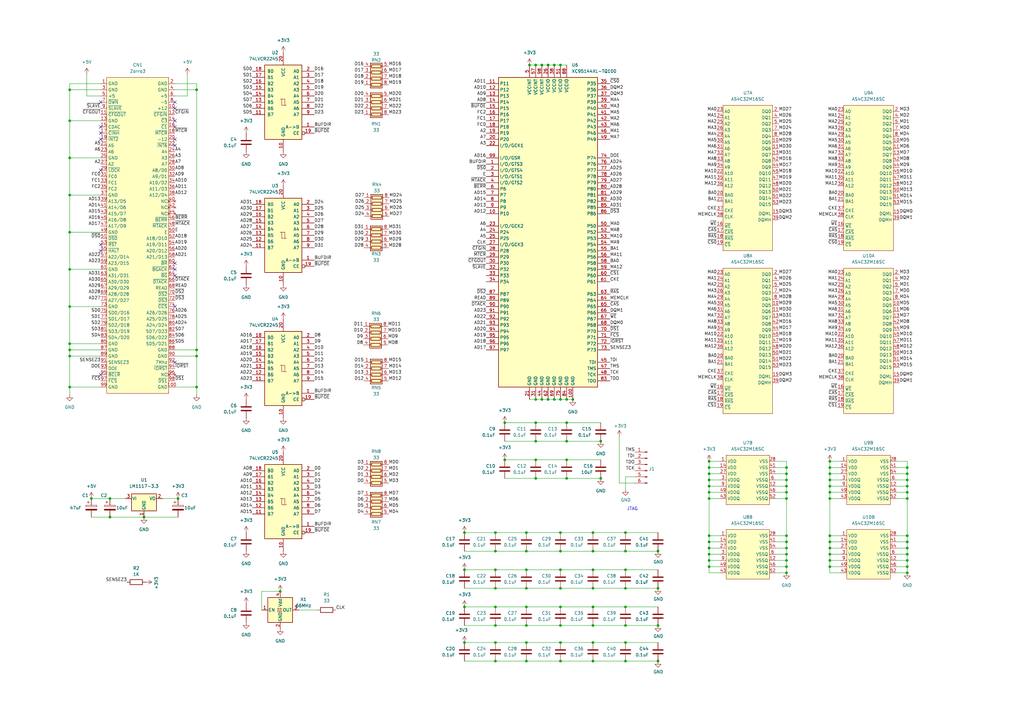
<source format=kicad_sch>
(kicad_sch (version 20211123) (generator eeschema)
  (paper "A3")
  (junction (at 340.36 189.23))
  (junction (at 290.83 191.77))
  (junction (at 322.58 191.77))
  (junction (at 322.58 224.79))
  (junction (at 229.87 233.68))
  (junction (at 290.83 204.47))
  (junction (at 290.83 222.25))
  (junction (at 28.575 95.25))
  (junction (at 190.5 233.68))
  (junction (at 322.58 196.85))
  (junction (at 322.58 219.71))
  (junction (at 290.83 224.79))
  (junction (at 219.71 196.215))
  (junction (at 207.01 173.355))
  (junction (at 229.87 256.54))
  (junction (at 340.36 199.39))
  (junction (at 340.36 196.85))
  (junction (at 217.17 26.67))
  (junction (at 243.205 218.44))
  (junction (at 243.205 233.68))
  (junction (at 80.645 146.05))
  (junction (at 224.79 26.67))
  (junction (at 232.41 173.355))
  (junction (at 290.83 232.41))
  (junction (at 232.41 180.975))
  (junction (at 290.83 196.85))
  (junction (at 203.2 226.06))
  (junction (at 215.9 226.06))
  (junction (at 269.875 256.54))
  (junction (at 229.87 263.525))
  (junction (at 340.36 219.71))
  (junction (at 215.9 218.44))
  (junction (at 222.25 163.83))
  (junction (at 256.54 271.145))
  (junction (at 45.085 212.09))
  (junction (at 219.71 26.67))
  (junction (at 322.58 194.31))
  (junction (at 340.36 227.33))
  (junction (at 219.71 180.975))
  (junction (at 215.9 233.68))
  (junction (at 322.58 229.87))
  (junction (at 322.58 232.41))
  (junction (at 256.54 256.54))
  (junction (at 229.87 241.3))
  (junction (at 59.055 212.09))
  (junction (at 80.645 158.75))
  (junction (at 229.87 226.06))
  (junction (at 322.58 199.39))
  (junction (at 372.11 224.79))
  (junction (at 28.575 64.77))
  (junction (at 229.87 163.83))
  (junction (at 227.33 26.67))
  (junction (at 80.645 36.83))
  (junction (at 340.36 222.25))
  (junction (at 229.87 248.92))
  (junction (at 256.54 226.06))
  (junction (at 232.41 188.595))
  (junction (at 246.38 196.215))
  (junction (at 190.5 218.44))
  (junction (at 372.11 234.95))
  (junction (at 203.2 248.92))
  (junction (at 256.54 233.68))
  (junction (at 372.11 232.41))
  (junction (at 222.25 26.67))
  (junction (at 322.58 227.33))
  (junction (at 322.58 222.25))
  (junction (at 340.36 204.47))
  (junction (at 256.54 263.525))
  (junction (at 80.645 143.51))
  (junction (at 28.575 146.05))
  (junction (at 322.58 201.93))
  (junction (at 232.41 163.83))
  (junction (at 28.575 110.49))
  (junction (at 219.71 163.83))
  (junction (at 256.54 218.44))
  (junction (at 372.11 196.85))
  (junction (at 290.83 227.33))
  (junction (at 190.5 263.525))
  (junction (at 372.11 204.47))
  (junction (at 215.9 271.145))
  (junction (at 203.2 256.54))
  (junction (at 28.575 143.51))
  (junction (at 229.87 271.145))
  (junction (at 28.575 49.53))
  (junction (at 372.11 219.71))
  (junction (at 372.11 227.33))
  (junction (at 215.9 248.92))
  (junction (at 340.36 232.41))
  (junction (at 269.875 241.3))
  (junction (at 229.87 26.67))
  (junction (at 243.205 263.525))
  (junction (at 224.79 163.83))
  (junction (at 243.205 248.92))
  (junction (at 322.58 234.95))
  (junction (at 37.465 204.47))
  (junction (at 28.575 125.73))
  (junction (at 269.875 271.145))
  (junction (at 215.9 263.525))
  (junction (at 243.205 241.3))
  (junction (at 28.575 158.75))
  (junction (at 114.935 242.57))
  (junction (at 203.2 263.525))
  (junction (at 322.58 204.47))
  (junction (at 340.36 194.31))
  (junction (at 340.36 191.77))
  (junction (at 219.71 188.595))
  (junction (at 290.83 199.39))
  (junction (at 234.95 163.83))
  (junction (at 28.575 80.01))
  (junction (at 219.71 173.355))
  (junction (at 290.83 201.93))
  (junction (at 290.83 229.87))
  (junction (at 215.9 256.54))
  (junction (at 232.41 196.215))
  (junction (at 372.11 222.25))
  (junction (at 372.11 191.77))
  (junction (at 73.025 204.47))
  (junction (at 215.9 241.3))
  (junction (at 207.01 188.595))
  (junction (at 290.83 194.31))
  (junction (at 243.205 271.145))
  (junction (at 372.11 229.87))
  (junction (at 269.875 226.06))
  (junction (at 203.2 218.44))
  (junction (at 190.5 248.92))
  (junction (at 256.54 248.92))
  (junction (at 372.11 199.39))
  (junction (at 246.38 180.975))
  (junction (at 28.575 36.83))
  (junction (at 28.575 140.97))
  (junction (at 340.36 201.93))
  (junction (at 340.36 229.87))
  (junction (at 256.54 241.3))
  (junction (at 372.11 194.31))
  (junction (at 45.085 204.47))
  (junction (at 372.11 201.93))
  (junction (at 243.205 256.54))
  (junction (at 229.87 218.44))
  (junction (at 243.205 226.06))
  (junction (at 290.83 189.23))
  (junction (at 227.33 163.83))
  (junction (at 203.2 241.3))
  (junction (at 203.2 271.145))
  (junction (at 340.36 224.79))
  (junction (at 203.2 233.68))
  (junction (at 290.83 219.71))
  (no_connect (at 41.275 100.33))
  (no_connect (at 41.275 102.87))
  (no_connect (at 71.755 107.95))
  (no_connect (at 71.755 110.49))
  (no_connect (at 71.755 113.03))
  (no_connect (at 41.275 153.67))
  (no_connect (at 71.755 148.59))
  (no_connect (at 71.755 59.69))
  (no_connect (at 41.275 54.61))
  (no_connect (at 41.275 41.91))
  (no_connect (at 71.755 44.45))
  (no_connect (at 71.755 49.53))
  (no_connect (at 71.755 52.07))
  (no_connect (at 71.755 57.15))
  (no_connect (at 41.275 57.15))
  (no_connect (at 41.275 69.85))
  (no_connect (at 71.755 41.91))
  (no_connect (at 71.755 125.73))
  (no_connect (at 41.275 52.07))
  (wire (pts (xy 215.9 218.44) (xy 229.87 218.44)))
  (wire (pts (xy 290.83 224.79) (xy 290.83 227.33)))
  (wire (pts (xy 190.5 233.68) (xy 203.2 233.68)))
  (wire (pts (xy 256.54 263.525) (xy 269.875 263.525)))
  (wire (pts (xy 71.755 36.83) (xy 80.645 36.83)))
  (wire (pts (xy 41.275 80.01) (xy 28.575 80.01)))
  (wire (pts (xy 295.275 189.23) (xy 290.83 189.23)))
  (wire (pts (xy 215.9 256.54) (xy 229.87 256.54)))
  (wire (pts (xy 243.205 256.54) (xy 256.54 256.54)))
  (wire (pts (xy 45.085 204.47) (xy 51.435 204.47)))
  (wire (pts (xy 256.54 226.06) (xy 269.875 226.06)))
  (wire (pts (xy 35.56 30.48) (xy 35.56 39.37)))
  (wire (pts (xy 322.58 204.47) (xy 318.135 204.47)))
  (wire (pts (xy 372.11 227.33) (xy 367.665 227.33)))
  (wire (pts (xy 290.83 199.39) (xy 295.275 199.39)))
  (wire (pts (xy 243.205 248.92) (xy 256.54 248.92)))
  (wire (pts (xy 290.83 194.31) (xy 290.83 196.85)))
  (wire (pts (xy 372.11 199.39) (xy 372.11 201.93)))
  (wire (pts (xy 227.33 26.67) (xy 229.87 26.67)))
  (wire (pts (xy 290.83 196.85) (xy 290.83 199.39)))
  (wire (pts (xy 340.36 232.41) (xy 344.805 232.41)))
  (wire (pts (xy 290.83 191.77) (xy 290.83 194.31)))
  (wire (pts (xy 322.58 191.77) (xy 318.135 191.77)))
  (wire (pts (xy 207.01 196.215) (xy 219.71 196.215)))
  (wire (pts (xy 372.11 229.87) (xy 367.665 229.87)))
  (wire (pts (xy 217.17 26.67) (xy 219.71 26.67)))
  (wire (pts (xy 322.58 189.23) (xy 322.58 191.77)))
  (wire (pts (xy 229.87 271.145) (xy 243.205 271.145)))
  (wire (pts (xy 107.315 242.57) (xy 107.315 250.19)))
  (wire (pts (xy 340.36 222.25) (xy 344.805 222.25)))
  (wire (pts (xy 28.575 64.77) (xy 28.575 80.01)))
  (wire (pts (xy 322.58 196.85) (xy 322.58 199.39)))
  (wire (pts (xy 290.83 196.85) (xy 295.275 196.85)))
  (wire (pts (xy 340.36 189.23) (xy 340.36 191.77)))
  (wire (pts (xy 203.2 256.54) (xy 215.9 256.54)))
  (wire (pts (xy 229.87 256.54) (xy 243.205 256.54)))
  (wire (pts (xy 322.58 232.41) (xy 322.58 234.95)))
  (wire (pts (xy 372.11 201.93) (xy 372.11 204.47)))
  (wire (pts (xy 28.575 49.53) (xy 28.575 64.77)))
  (wire (pts (xy 318.135 189.23) (xy 322.58 189.23)))
  (wire (pts (xy 28.575 80.01) (xy 28.575 95.25)))
  (wire (pts (xy 290.83 204.47) (xy 290.83 219.71)))
  (wire (pts (xy 232.41 180.975) (xy 246.38 180.975)))
  (wire (pts (xy 28.575 125.73) (xy 28.575 140.97)))
  (wire (pts (xy 290.83 201.93) (xy 295.275 201.93)))
  (wire (pts (xy 232.41 173.355) (xy 246.38 173.355)))
  (wire (pts (xy 318.135 219.71) (xy 322.58 219.71)))
  (wire (pts (xy 340.36 219.71) (xy 340.36 222.25)))
  (wire (pts (xy 66.675 204.47) (xy 73.025 204.47)))
  (wire (pts (xy 372.11 219.71) (xy 372.11 222.25)))
  (wire (pts (xy 215.9 271.145) (xy 229.87 271.145)))
  (wire (pts (xy 243.205 233.68) (xy 256.54 233.68)))
  (wire (pts (xy 71.755 143.51) (xy 80.645 143.51)))
  (wire (pts (xy 28.575 36.83) (xy 41.275 36.83)))
  (wire (pts (xy 28.575 110.49) (xy 28.575 125.73)))
  (wire (pts (xy 207.01 180.975) (xy 219.71 180.975)))
  (wire (pts (xy 340.36 191.77) (xy 344.805 191.77)))
  (wire (pts (xy 203.2 271.145) (xy 215.9 271.145)))
  (wire (pts (xy 28.575 95.25) (xy 28.575 110.49)))
  (wire (pts (xy 340.36 201.93) (xy 344.805 201.93)))
  (wire (pts (xy 224.79 26.67) (xy 227.33 26.67)))
  (wire (pts (xy 190.5 226.06) (xy 203.2 226.06)))
  (wire (pts (xy 344.805 219.71) (xy 340.36 219.71)))
  (wire (pts (xy 76.835 39.37) (xy 71.755 39.37)))
  (wire (pts (xy 372.11 194.31) (xy 372.11 196.85)))
  (wire (pts (xy 28.575 140.97) (xy 41.275 140.97)))
  (wire (pts (xy 254 179.07) (xy 254 198.12)))
  (wire (pts (xy 222.25 163.83) (xy 224.79 163.83)))
  (wire (pts (xy 37.465 212.09) (xy 45.085 212.09)))
  (wire (pts (xy 340.36 199.39) (xy 344.805 199.39)))
  (wire (pts (xy 372.11 201.93) (xy 367.665 201.93)))
  (wire (pts (xy 229.87 233.68) (xy 243.205 233.68)))
  (wire (pts (xy 41.275 64.77) (xy 28.575 64.77)))
  (wire (pts (xy 28.575 36.83) (xy 28.575 49.53)))
  (wire (pts (xy 340.36 227.33) (xy 344.805 227.33)))
  (wire (pts (xy 340.36 199.39) (xy 340.36 201.93)))
  (wire (pts (xy 295.275 219.71) (xy 290.83 219.71)))
  (wire (pts (xy 28.575 146.05) (xy 28.575 158.75)))
  (wire (pts (xy 71.755 158.75) (xy 80.645 158.75)))
  (wire (pts (xy 215.9 248.92) (xy 229.87 248.92)))
  (wire (pts (xy 229.87 248.92) (xy 243.205 248.92)))
  (wire (pts (xy 260.35 195.58) (xy 256.54 195.58)))
  (wire (pts (xy 41.275 110.49) (xy 28.575 110.49)))
  (wire (pts (xy 340.36 196.85) (xy 340.36 199.39)))
  (wire (pts (xy 243.205 241.3) (xy 256.54 241.3)))
  (wire (pts (xy 256.54 271.145) (xy 269.875 271.145)))
  (wire (pts (xy 45.085 212.09) (xy 59.055 212.09)))
  (wire (pts (xy 71.755 34.29) (xy 80.645 34.29)))
  (wire (pts (xy 290.83 201.93) (xy 290.83 204.47)))
  (wire (pts (xy 372.11 224.79) (xy 372.11 227.33)))
  (wire (pts (xy 80.645 146.05) (xy 80.645 158.75)))
  (wire (pts (xy 340.36 222.25) (xy 340.36 224.79)))
  (wire (pts (xy 59.055 212.09) (xy 73.025 212.09)))
  (wire (pts (xy 290.83 234.95) (xy 295.275 234.95)))
  (wire (pts (xy 290.83 204.47) (xy 295.275 204.47)))
  (wire (pts (xy 229.87 26.67) (xy 232.41 26.67)))
  (wire (pts (xy 28.575 158.75) (xy 41.275 158.75)))
  (wire (pts (xy 322.58 224.79) (xy 322.58 227.33)))
  (wire (pts (xy 290.83 227.33) (xy 290.83 229.87)))
  (wire (pts (xy 344.805 189.23) (xy 340.36 189.23)))
  (wire (pts (xy 290.83 229.87) (xy 295.275 229.87)))
  (wire (pts (xy 290.83 191.77) (xy 295.275 191.77)))
  (wire (pts (xy 219.71 163.83) (xy 222.25 163.83)))
  (wire (pts (xy 229.87 218.44) (xy 243.205 218.44)))
  (wire (pts (xy 219.71 180.975) (xy 232.41 180.975)))
  (wire (pts (xy 372.11 191.77) (xy 372.11 194.31)))
  (wire (pts (xy 203.2 218.44) (xy 215.9 218.44)))
  (wire (pts (xy 290.83 224.79) (xy 295.275 224.79)))
  (wire (pts (xy 229.87 163.83) (xy 232.41 163.83)))
  (wire (pts (xy 41.275 39.37) (xy 35.56 39.37)))
  (wire (pts (xy 340.36 204.47) (xy 340.36 219.71)))
  (wire (pts (xy 322.58 201.93) (xy 318.135 201.93)))
  (wire (pts (xy 290.83 222.25) (xy 290.83 224.79)))
  (wire (pts (xy 340.36 191.77) (xy 340.36 194.31)))
  (wire (pts (xy 290.83 232.41) (xy 295.275 232.41)))
  (wire (pts (xy 322.58 227.33) (xy 318.135 227.33)))
  (wire (pts (xy 290.83 189.23) (xy 290.83 191.77)))
  (wire (pts (xy 372.11 199.39) (xy 367.665 199.39)))
  (wire (pts (xy 322.58 224.79) (xy 318.135 224.79)))
  (wire (pts (xy 28.575 146.05) (xy 41.275 146.05)))
  (wire (pts (xy 217.17 163.83) (xy 219.71 163.83)))
  (wire (pts (xy 340.36 232.41) (xy 340.36 234.95)))
  (wire (pts (xy 243.205 263.525) (xy 256.54 263.525)))
  (wire (pts (xy 322.58 229.87) (xy 318.135 229.87)))
  (wire (pts (xy 256.54 195.58) (xy 256.54 200.66)))
  (wire (pts (xy 207.01 188.595) (xy 219.71 188.595)))
  (wire (pts (xy 322.58 227.33) (xy 322.58 229.87)))
  (wire (pts (xy 256.54 218.44) (xy 269.875 218.44)))
  (wire (pts (xy 219.71 188.595) (xy 232.41 188.595)))
  (wire (pts (xy 340.36 229.87) (xy 344.805 229.87)))
  (wire (pts (xy 203.2 248.92) (xy 215.9 248.92)))
  (wire (pts (xy 340.36 234.95) (xy 344.805 234.95)))
  (wire (pts (xy 229.87 241.3) (xy 243.205 241.3)))
  (wire (pts (xy 367.665 189.23) (xy 372.11 189.23)))
  (wire (pts (xy 243.205 218.44) (xy 256.54 218.44)))
  (wire (pts (xy 372.11 204.47) (xy 372.11 219.71)))
  (wire (pts (xy 37.465 204.47) (xy 45.085 204.47)))
  (wire (pts (xy 322.58 191.77) (xy 322.58 194.31)))
  (wire (pts (xy 243.205 271.145) (xy 256.54 271.145)))
  (wire (pts (xy 256.54 256.54) (xy 269.875 256.54)))
  (wire (pts (xy 322.58 229.87) (xy 322.58 232.41)))
  (wire (pts (xy 340.36 227.33) (xy 340.36 229.87)))
  (wire (pts (xy 219.71 173.355) (xy 232.41 173.355)))
  (wire (pts (xy 190.5 256.54) (xy 203.2 256.54)))
  (wire (pts (xy 222.25 26.67) (xy 224.79 26.67)))
  (wire (pts (xy 80.645 34.29) (xy 80.645 36.83)))
  (wire (pts (xy 372.11 194.31) (xy 367.665 194.31)))
  (wire (pts (xy 322.58 219.71) (xy 322.58 222.25)))
  (wire (pts (xy 322.58 194.31) (xy 318.135 194.31)))
  (wire (pts (xy 229.87 263.525) (xy 243.205 263.525)))
  (wire (pts (xy 190.5 218.44) (xy 203.2 218.44)))
  (wire (pts (xy 372.11 229.87) (xy 372.11 232.41)))
  (wire (pts (xy 219.71 26.67) (xy 222.25 26.67)))
  (wire (pts (xy 130.175 250.19) (xy 122.555 250.19)))
  (wire (pts (xy 372.11 196.85) (xy 367.665 196.85)))
  (wire (pts (xy 372.11 224.79) (xy 367.665 224.79)))
  (wire (pts (xy 322.58 222.25) (xy 318.135 222.25)))
  (wire (pts (xy 232.41 188.595) (xy 246.38 188.595)))
  (wire (pts (xy 290.83 232.41) (xy 290.83 234.95)))
  (wire (pts (xy 254 198.12) (xy 260.35 198.12)))
  (wire (pts (xy 322.58 232.41) (xy 318.135 232.41)))
  (wire (pts (xy 41.275 95.25) (xy 28.575 95.25)))
  (wire (pts (xy 232.41 163.83) (xy 234.95 163.83)))
  (wire (pts (xy 322.58 234.95) (xy 318.135 234.95)))
  (wire (pts (xy 203.2 226.06) (xy 215.9 226.06)))
  (wire (pts (xy 290.83 222.25) (xy 295.275 222.25)))
  (wire (pts (xy 372.11 191.77) (xy 367.665 191.77)))
  (wire (pts (xy 322.58 201.93) (xy 322.58 204.47)))
  (wire (pts (xy 229.87 226.06) (xy 243.205 226.06)))
  (wire (pts (xy 256.54 233.68) (xy 269.875 233.68)))
  (wire (pts (xy 340.36 224.79) (xy 344.805 224.79)))
  (wire (pts (xy 28.575 143.51) (xy 41.275 143.51)))
  (wire (pts (xy 80.645 158.75) (xy 80.645 161.925)))
  (wire (pts (xy 340.36 194.31) (xy 344.805 194.31)))
  (wire (pts (xy 227.33 163.83) (xy 229.87 163.83)))
  (wire (pts (xy 76.835 30.48) (xy 76.835 39.37)))
  (wire (pts (xy 372.11 222.25) (xy 367.665 222.25)))
  (wire (pts (xy 215.9 241.3) (xy 229.87 241.3)))
  (wire (pts (xy 80.645 36.83) (xy 80.645 143.51)))
  (wire (pts (xy 322.58 204.47) (xy 322.58 219.71)))
  (wire (pts (xy 372.11 204.47) (xy 367.665 204.47)))
  (wire (pts (xy 322.58 196.85) (xy 318.135 196.85)))
  (wire (pts (xy 203.2 233.68) (xy 215.9 233.68)))
  (wire (pts (xy 367.665 219.71) (xy 372.11 219.71)))
  (wire (pts (xy 215.9 263.525) (xy 229.87 263.525)))
  (wire (pts (xy 190.5 271.145) (xy 203.2 271.145)))
  (wire (pts (xy 28.575 158.75) (xy 28.575 161.925)))
  (wire (pts (xy 340.36 224.79) (xy 340.36 227.33)))
  (wire (pts (xy 290.83 194.31) (xy 295.275 194.31)))
  (wire (pts (xy 340.36 201.93) (xy 340.36 204.47)))
  (wire (pts (xy 322.58 222.25) (xy 322.58 224.79)))
  (wire (pts (xy 224.79 163.83) (xy 227.33 163.83)))
  (wire (pts (xy 215.9 233.68) (xy 229.87 233.68)))
  (wire (pts (xy 372.11 196.85) (xy 372.11 199.39)))
  (wire (pts (xy 340.36 229.87) (xy 340.36 232.41)))
  (wire (pts (xy 340.36 196.85) (xy 344.805 196.85)))
  (wire (pts (xy 340.36 204.47) (xy 344.805 204.47)))
  (wire (pts (xy 290.83 199.39) (xy 290.83 201.93)))
  (wire (pts (xy 243.205 226.06) (xy 256.54 226.06)))
  (wire (pts (xy 290.83 227.33) (xy 295.275 227.33)))
  (wire (pts (xy 41.275 34.29) (xy 28.575 34.29)))
  (wire (pts (xy 372.11 222.25) (xy 372.11 224.79)))
  (wire (pts (xy 80.645 143.51) (xy 80.645 146.05)))
  (wire (pts (xy 340.36 194.31) (xy 340.36 196.85)))
  (wire (pts (xy 28.575 143.51) (xy 28.575 146.05)))
  (wire (pts (xy 256.54 241.3) (xy 269.875 241.3)))
  (wire (pts (xy 322.58 194.31) (xy 322.58 196.85)))
  (wire (pts (xy 219.71 196.215) (xy 232.41 196.215)))
  (wire (pts (xy 203.2 263.525) (xy 215.9 263.525)))
  (wire (pts (xy 290.83 219.71) (xy 290.83 222.25)))
  (wire (pts (xy 256.54 248.92) (xy 269.875 248.92)))
  (wire (pts (xy 232.41 196.215) (xy 246.38 196.215)))
  (wire (pts (xy 114.935 242.57) (xy 107.315 242.57)))
  (wire (pts (xy 207.01 173.355) (xy 219.71 173.355)))
  (wire (pts (xy 203.2 241.3) (xy 215.9 241.3)))
  (wire (pts (xy 290.83 229.87) (xy 290.83 232.41)))
  (wire (pts (xy 372.11 232.41) (xy 372.11 234.95)))
  (wire (pts (xy 41.275 125.73) (xy 28.575 125.73)))
  (wire (pts (xy 190.5 263.525) (xy 203.2 263.525)))
  (wire (pts (xy 372.11 227.33) (xy 372.11 229.87)))
  (wire (pts (xy 71.755 146.05) (xy 80.645 146.05)))
  (wire (pts (xy 41.275 49.53) (xy 28.575 49.53)))
  (wire (pts (xy 28.575 140.97) (xy 28.575 143.51)))
  (wire (pts (xy 215.9 226.06) (xy 229.87 226.06)))
  (wire (pts (xy 190.5 248.92) (xy 203.2 248.92)))
  (wire (pts (xy 190.5 241.3) (xy 203.2 241.3)))
  (wire (pts (xy 322.58 199.39) (xy 322.58 201.93)))
  (wire (pts (xy 372.11 189.23) (xy 372.11 191.77)))
  (wire (pts (xy 372.11 234.95) (xy 367.665 234.95)))
  (wire (pts (xy 28.575 34.29) (xy 28.575 36.83)))
  (wire (pts (xy 322.58 199.39) (xy 318.135 199.39)))
  (wire (pts (xy 372.11 232.41) (xy 367.665 232.41)))
  (text "JTAG" (at 261.62 209.55 180) (effects (font (size 1.27 1.27)) (justify right bottom)))
  (label "MD20" (at 159.385 39.37 0))
  (label "~{FCS}" (at 250.19 138.43 0))
  (label "D5" (at 149.225 208.28 180))
  (label "AD13" (at 103.505 205.74 180))
  (label "D31" (at 128.905 101.6 0))
  (label "AD30" (at 41.275 115.57 180))
  (label "D22" (at 128.905 44.45 0))
  (label "~{RAS}" (at 343.535 164.592 180))
  (label "~{WE}" (at 250.19 130.81 0))
  (label "D8" (at 128.905 138.43 0))
  (label "MA11" (at 250.19 105.41 0))
  (label "AD12" (at 71.755 80.01 0))
  (label "BA1" (at 250.19 102.87 0))
  (label "MD4" (at 159.385 210.82 0))
  (label "DQM2" (at 319.405 156.972 0))
  (label "D27" (at 149.479 81.026 180))
  (label "SD7" (at 103.505 41.91 180))
  (label "A2" (at 41.275 67.31 180))
  (label "READ" (at 71.755 118.11 0))
  (label "D26" (at 128.905 88.9 0))
  (label "MD18" (at 319.405 137.922 0))
  (label "MD13" (at 368.935 145.542 0))
  (label "MA11" (at 343.535 73.66 180))
  (label "D1" (at 128.905 195.58 0))
  (label "MA2" (at 294.005 50.8 180))
  (label "AD9" (at 71.755 72.39 0))
  (label "~{DS2}" (at 71.755 120.65 0))
  (label "D6" (at 149.225 205.74 180))
  (label "~{DTACK}" (at 71.755 115.57 0))
  (label "D25" (at 149.479 86.106 180))
  (label "AD26" (at 103.505 96.52 180))
  (label "MA9" (at 343.535 68.58 180))
  (label "A3" (at 199.39 59.69 180))
  (label "BA0" (at 343.535 80.01 180))
  (label "AD11" (at 103.505 200.66 180))
  (label "~{RAS}" (at 294.005 97.79 180))
  (label "AD30" (at 103.505 86.36 180))
  (label "MD2" (at 159.385 195.58 0))
  (label "DQM0" (at 250.19 133.35 0))
  (label "MA3" (at 294.005 53.34 180))
  (label "~{MTACK}" (at 71.755 92.71 0))
  (label "~{CS0}" (at 294.005 100.33 180))
  (label "SENSEZ3" (at 250.19 143.51 0))
  (label "MD26" (at 159.639 86.106 0))
  (label "MA7" (at 343.535 63.5 180))
  (label "MD9" (at 159.131 138.938 0))
  (label "AD23" (at 199.39 128.27 180))
  (label "AD20" (at 71.755 102.87 0))
  (label "MD21" (at 319.405 78.74 0))
  (label "DQM0" (at 368.935 154.432 0))
  (label "MD10" (at 159.131 136.398 0))
  (label "DOE" (at 250.19 64.77 0))
  (label "~{FCS}" (at 41.275 156.21 180))
  (label "MD8" (at 159.131 141.478 0))
  (label "MD16" (at 159.385 27.178 0))
  (label "BA0" (at 250.19 107.95 0))
  (label "~{RAS}" (at 294.005 164.592 180))
  (label "MD1" (at 159.385 193.04 0))
  (label "MD2" (at 368.935 48.26 0))
  (label "MA4" (at 294.005 55.88 180))
  (label "MA6" (at 250.19 52.07 0))
  (label "AD18" (at 199.39 140.97 180))
  (label "D29" (at 128.905 96.52 0))
  (label "~{CS1}" (at 343.535 167.132 180))
  (label "MD17" (at 159.385 29.718 0))
  (label "CKE" (at 294.005 86.36 180))
  (label "FC1" (at 199.39 49.53 180))
  (label "MA7" (at 343.535 130.302 180))
  (label "MD8" (at 368.935 66.04 0))
  (label "MD8" (at 368.935 132.842 0))
  (label "AD10" (at 103.505 198.12 180))
  (label "MA9" (at 250.19 100.33 0))
  (label "MA9" (at 294.005 68.58 180))
  (label "TDI" (at 250.19 148.59 0))
  (label "D22" (at 149.225 44.45 180))
  (label "AD31" (at 103.505 83.82 180))
  (label "AD9" (at 199.39 39.37 180))
  (label "AD8" (at 199.39 41.91 180))
  (label "AD15" (at 103.505 210.82 180))
  (label "MD5" (at 368.935 58.42 0))
  (label "MD31" (at 319.405 63.5 0))
  (label "~{BERR}" (at 71.755 90.17 0))
  (label "D3" (at 128.905 200.66 0))
  (label "AD21" (at 199.39 133.35 180))
  (label "MA2" (at 294.005 117.602 180))
  (label "CKE" (at 343.535 153.162 180))
  (label "SD5" (at 103.505 46.99 180))
  (label "MA9" (at 343.535 135.382 180))
  (label "D16" (at 149.225 27.178 180))
  (label "BUFDIR" (at 128.905 52.07 0))
  (label "AD22" (at 103.505 153.67 180))
  (label "MD28" (at 319.405 55.88 0))
  (label "MD24" (at 319.405 53.34 0))
  (label "AD15" (at 41.275 87.63 180))
  (label "AD28" (at 41.275 120.65 180))
  (label "MA10" (at 294.005 137.922 180))
  (label "D17" (at 149.225 29.718 180))
  (label "D23" (at 128.905 46.99 0))
  (label "MA2" (at 343.535 50.8 180))
  (label "MD3" (at 368.935 45.72 0))
  (label "MA8" (at 343.535 66.04 180))
  (label "D28" (at 128.905 93.98 0))
  (label "MA12" (at 294.005 76.2 180))
  (label "A5" (at 41.275 59.69 180))
  (label "BA0" (at 343.535 146.812 180))
  (label "D7" (at 149.225 203.2 180))
  (label "MD27" (at 319.405 45.72 0))
  (label "D20" (at 128.905 39.37 0))
  (label "D30" (at 128.905 99.06 0))
  (label "MD5" (at 368.935 125.222 0))
  (label "MD23" (at 159.385 46.99 0))
  (label "AD27" (at 103.505 93.98 180))
  (label "AD29" (at 103.505 88.9 180))
  (label "D25" (at 128.905 86.36 0))
  (label "MD22" (at 319.405 81.28 0))
  (label "D5" (at 128.905 205.74 0))
  (label "MD25" (at 319.405 117.602 0))
  (label "MD12" (at 159.385 156.21 0))
  (label "MD11" (at 368.935 140.462 0))
  (label "MA1" (at 294.005 48.26 180))
  (label "MD6" (at 159.385 205.74 0))
  (label "D21" (at 149.225 41.91 180))
  (label "TCK" (at 250.19 153.67 0))
  (label "AD12" (at 199.39 87.63 180))
  (label "~{WE}" (at 343.535 92.71 180))
  (label "AD22" (at 41.275 105.41 180))
  (label "SD6" (at 71.755 138.43 0))
  (label "MEMCLK" (at 294.005 155.702 180))
  (label "SD2" (at 103.505 34.29 180))
  (label "MD16" (at 319.405 66.04 0))
  (label "MD18" (at 159.385 32.258 0))
  (label "D28" (at 149.225 101.6 180))
  (label "MD4" (at 368.935 55.88 0))
  (label "MD7" (at 368.935 63.5 0))
  (label "~{IORST}" (at 250.19 140.97 0))
  (label "DQM1" (at 250.19 128.27 0))
  (label "SENSEZ3" (at 41.275 148.59 180))
  (label "FC0" (at 41.275 72.39 180))
  (label "AD16" (at 103.505 138.43 180))
  (label "MD10" (at 368.935 71.12 0))
  (label "MD9" (at 368.935 135.382 0))
  (label "MA10" (at 343.535 71.12 180))
  (label "DOE" (at 41.275 151.13 180))
  (label "MD30" (at 319.405 60.96 0))
  (label "~{WE}" (at 294.005 159.512 180))
  (label "TCK" (at 260.35 193.04 180))
  (label "D9" (at 148.971 138.938 180))
  (label "AD13" (at 199.39 85.09 180))
  (label "AD23" (at 103.505 156.21 180))
  (label "MA12" (at 343.535 76.2 180))
  (label "~{DS3}" (at 250.19 87.63 0))
  (label "D23" (at 149.225 46.99 180))
  (label "~{CFGOUT}" (at 199.39 107.95 180))
  (label "MA8" (at 294.005 66.04 180))
  (label "FC2" (at 199.39 46.99 180))
  (label "~{CAS}" (at 250.19 125.73 0))
  (label "MD6" (at 368.935 60.96 0))
  (label "MD10" (at 368.935 137.922 0))
  (label "AD19" (at 103.505 146.05 180))
  (label "MD15" (at 368.935 83.82 0))
  (label "BA0" (at 294.005 146.812 180))
  (label "AD21" (at 71.755 105.41 0))
  (label "AD8" (at 103.505 193.04 180))
  (label "CKE" (at 294.005 153.162 180))
  (label "D0" (at 128.905 193.04 0))
  (label "MD3" (at 368.935 112.522 0))
  (label "~{RAS}" (at 343.535 97.79 180))
  (label "AD15" (at 199.39 80.01 180))
  (label "~{CAS}" (at 294.005 162.052 180))
  (label "D27" (at 128.905 91.44 0))
  (label "MD24" (at 159.639 81.026 0))
  (label "BA0" (at 294.005 80.01 180))
  (label "BUFDIR" (at 128.905 161.29 0))
  (label "MD25" (at 319.405 50.8 0))
  (label "READ" (at 199.39 123.19 180))
  (label "MD6" (at 368.935 127.762 0))
  (label "MD19" (at 159.385 34.798 0))
  (label "A5" (at 199.39 97.79 180))
  (label "D14" (at 149.225 151.13 180))
  (label "SD5" (at 71.755 140.97 0))
  (label "MA10" (at 343.535 137.922 180))
  (label "AD14" (at 199.39 82.55 180))
  (label "AD19" (at 71.755 100.33 0))
  (label "D0" (at 149.225 198.12 180))
  (label "DQM0" (at 368.935 87.63 0))
  (label "D18" (at 149.225 32.258 180))
  (label "AD17" (at 41.275 92.71 180))
  (label "MD21" (at 319.405 145.542 0))
  (label "AD8" (at 71.755 69.85 0))
  (label "~{CS1}" (at 250.19 113.03 0))
  (label "DQM3" (at 319.405 87.63 0))
  (label "MD3" (at 159.385 198.12 0))
  (label "~{BUFOE}" (at 199.39 44.45 180))
  (label "TDO" (at 260.35 190.5 180))
  (label "MD9" (at 368.935 68.58 0))
  (label "MEMCLK" (at 294.005 88.9 180))
  (label "A7" (at 71.755 67.31 0))
  (label "FC1" (at 41.275 74.93 180))
  (label "D19" (at 149.225 34.798 180))
  (label "MD13" (at 368.935 78.74 0))
  (label "AD25" (at 103.505 99.06 180))
  (label "DQM3" (at 250.19 39.37 0))
  (label "~{MTCR}" (at 71.755 54.61 0))
  (label "MD13" (at 159.385 153.67 0))
  (label "D24" (at 149.479 88.646 180))
  (label "SD1" (at 103.505 31.75 180))
  (label "CLK" (at 137.795 250.19 0))
  (label "MA8" (at 250.19 95.25 0))
  (label "AD17" (at 103.505 140.97 180))
  (label "MD20" (at 319.405 76.2 0))
  (label "~{CS1}" (at 294.005 167.132 180))
  (label "D15" (at 149.225 148.59 180))
  (label "D1" (at 149.225 195.58 180))
  (label "MA5" (at 294.005 125.222 180))
  (label "E" (at 71.755 95.25 0))
  (label "~{CAS}" (at 294.005 95.25 180))
  (label "MD7" (at 159.385 203.2 0))
  (label "MD23" (at 319.405 83.82 0))
  (label "AD26" (at 250.19 72.39 0))
  (label "D24" (at 128.905 83.82 0))
  (label "D6" (at 128.905 208.28 0))
  (label "E" (at 199.39 72.39 180))
  (label "~{DS2}" (at 199.39 120.65 180))
  (label "MA8" (at 343.535 132.842 180))
  (label "MA4" (at 343.535 122.682 180))
  (label "MA6" (at 294.005 60.96 180))
  (label "BUFDIR" (at 199.39 67.31 180))
  (label "D21" (at 128.905 41.91 0))
  (label "~{RAS}" (at 250.19 120.65 0))
  (label "D31" (at 149.225 93.98 180))
  (label "MD11" (at 368.935 73.66 0))
  (label "D18" (at 128.905 34.29 0))
  (label "MA12" (at 294.005 143.002 180))
  (label "MD20" (at 319.405 143.002 0))
  (label "MA0" (at 294.005 112.522 180))
  (label "MD1" (at 368.935 117.602 0))
  (label "MD11" (at 159.131 133.858 0))
  (label "D16" (at 128.905 29.21 0))
  (label "~{BUFOE}" (at 128.905 218.44 0))
  (label "AD31" (at 41.275 113.03 180))
  (label "~{IORST}" (at 71.755 151.13 0))
  (label "MD17" (at 319.405 68.58 0))
  (label "DQM1" (at 368.935 90.17 0))
  (label "MA0" (at 343.535 45.72 180))
  (label "~{BUFOE}" (at 128.905 54.61 0))
  (label "MA6" (at 343.535 127.762 180))
  (label "AD10" (at 199.39 36.83 180))
  (label "AD18" (at 71.755 97.79 0))
  (label "~{WE}" (at 343.535 159.512 180))
  (label "~{BUFOE}" (at 128.905 109.22 0))
  (label "D3" (at 149.225 190.5 180))
  (label "SD4" (at 103.505 39.37 180))
  (label "MD30" (at 319.405 127.762 0))
  (label "AD27" (at 250.19 74.93 0))
  (label "MD17" (at 319.405 135.382 0))
  (label "BUFDIR" (at 128.905 215.9 0))
  (label "MD23" (at 319.405 150.622 0))
  (label "AD24" (at 71.755 133.35 0))
  (label "MA6" (at 294.005 127.762 180))
  (label "MD27" (at 159.639 88.646 0))
  (label "AD28" (at 250.19 77.47 0))
  (label "MEMCLK" (at 250.19 123.19 0))
  (label "D7" (at 128.905 210.82 0))
  (label "AD28" (at 103.505 91.44 180))
  (label "MD31" (at 319.405 130.302 0))
  (label "D9" (at 128.905 140.97 0))
  (label "D12" (at 128.905 148.59 0))
  (label "MD27" (at 319.405 112.522 0))
  (label "D13" (at 149.225 153.67 180))
  (label "D11" (at 128.905 146.05 0))
  (label "D10" (at 148.971 136.398 180))
  (label "DQM1" (at 368.935 156.972 0))
  (label "MD25" (at 159.639 83.566 0))
  (label "SD4" (at 41.275 138.43 180))
  (label "MA1" (at 294.005 115.062 180))
  (label "MD19" (at 319.405 140.462 0))
  (label "MA11" (at 294.005 140.462 180))
  (label "~{DTACK}" (at 199.39 125.73 180))
  (label "D2" (at 128.905 198.12 0))
  (label "AD21" (at 103.505 151.13 180))
  (label "MD29" (at 159.385 99.06 0))
  (label "~{DS3}" (at 71.755 123.19 0))
  (label "MD14" (at 159.385 151.13 0))
  (label "~{SLAVE}" (at 199.39 110.49 180))
  (label "~{MTACK}" (at 199.39 74.93 180))
  (label "MA9" (at 294.005 135.382 180))
  (label "MD18" (at 319.405 71.12 0))
  (label "MA5" (at 294.005 58.42 180))
  (label "CLK" (at 199.39 100.33 180))
  (label "MA1" (at 343.535 48.26 180))
  (label "MA7" (at 294.005 63.5 180))
  (label "SD2" (at 41.275 133.35 180))
  (label "~{DS1}" (at 250.19 135.89 0))
  (label "DQM2" (at 250.19 36.83 0))
  (label "BA1" (at 343.535 82.55 180))
  (label "D17" (at 128.905 31.75 0))
  (label "AD13" (at 41.275 82.55 180))
  (label "~{CS0}" (at 343.535 100.33 180))
  (label "AD14" (at 41.275 85.09 180))
  (label "MD7" (at 368.935 130.302 0))
  (label "~{MTCR}" (at 199.39 105.41 180))
  (label "MA4" (at 294.005 122.682 180))
  (label "~{CFGIN}" (at 199.39 102.87 180))
  (label "MD15" (at 159.385 148.59 0))
  (label "AD24" (at 103.505 101.6 180))
  (label "AD25" (at 250.19 69.85 0))
  (label "MD26" (at 319.405 115.062 0))
  (label "MA8" (at 294.005 132.842 180))
  (label "~{CFGOUT}" (at 41.275 46.99 180))
  (label "MA11" (at 343.535 140.462 180))
  (label "D15" (at 128.905 156.21 0))
  (label "BA1" (at 294.005 149.352 180))
  (label "MA11" (at 294.005 73.66 180))
  (label "D20" (at 149.225 39.37 180))
  (label "D29" (at 149.225 99.06 180))
  (label "TDO" (at 250.19 156.21 0))
  (label "MA4" (at 250.19 41.91 0))
  (label "MD26" (at 319.405 48.26 0))
  (label "MA0" (at 343.535 112.522 180))
  (label "D10" (at 128.905 143.51 0))
  (label "AD18" (at 103.505 143.51 180))
  (label "MD22" (at 319.405 148.082 0))
  (label "TMS" (at 260.35 185.42 180))
  (label "MA3" (at 343.535 53.34 180))
  (label "MD12" (at 368.935 76.2 0))
  (label "MD0" (at 368.935 53.34 0))
  (label "~{BUFOE}" (at 128.905 163.83 0))
  (label "MD24" (at 319.405 120.142 0))
  (label "D11" (at 148.971 133.858 180))
  (label "MD0" (at 368.935 120.142 0))
  (label "AD31" (at 250.19 85.09 0))
  (label "SENSEZ3" (at 52.07 238.76 180))
  (label "SD3" (at 103.505 36.83 180))
  (label "MD0" (at 159.385 190.5 0))
  (label "AD11" (at 199.39 34.29 180))
  (label "D26" (at 149.479 83.566 180))
  (label "MA5" (at 343.535 58.42 180))
  (label "~{CAS}" (at 343.535 162.052 180))
  (label "AD29" (at 41.275 118.11 180))
  (label "SD0" (at 41.275 128.27 180))
  (label "SD7" (at 71.755 135.89 0))
  (label "MA0" (at 294.005 45.72 180))
  (label "~{CFGIN}" (at 71.755 46.99 0))
  (label "D4" (at 128.905 203.2 0))
  (label "FC2" (at 41.275 77.47 180))
  (label "MD28" (at 159.385 101.6 0))
  (label "SD3" (at 41.275 135.89 180))
  (label "MD4" (at 368.935 122.682 0))
  (label "~{CAS}" (at 343.535 95.25 180))
  (label "AD20" (at 103.505 148.59 180))
  (label "SD1" (at 41.275 130.81 180))
  (label "MA3" (at 250.19 44.45 0))
  (label "~{SLAVE}" (at 41.275 44.45 180))
  (label "AD22" (at 199.39 130.81 180))
  (label "~{BERR}" (at 199.39 77.47 180))
  (label "MA0" (at 250.19 92.71 0))
  (label "MD29" (at 319.405 125.222 0))
  (label "D8" (at 148.971 141.478 180))
  (label "CKE" (at 250.19 115.57 0))
  (label "MD29" (at 319.405 58.42 0))
  (label "AD11" (at 71.755 77.47 0))
  (label "A2" (at 199.39 54.61 180))
  (label "MA7" (at 294.005 130.302 180))
  (label "MA5" (at 343.535 125.222 180))
  (label "D30" (at 149.225 96.52 180))
  (label "MD28" (at 319.405 122.682 0))
  (label "MD5" (at 159.385 208.28 0))
  (label "AD19" (at 199.39 138.43 180))
  (label "AD24" (at 250.19 67.31 0))
  (label "D14" (at 128.905 153.67 0))
  (label "A6" (at 199.39 92.71 180))
  (label "MD14" (at 368.935 148.082 0))
  (label "AD16" (at 199.39 64.77 180))
  (label "MA3" (at 294.005 120.142 180))
  (label "MA12" (at 250.19 110.49 0))
  (label "~{DS1}" (at 71.755 156.21 0))
  (label "D19" (at 128.905 36.83 0))
  (label "MA6" (at 343.535 60.96 180))
  (label "AD9" (at 103.505 195.58 180))
  (label "MD21" (at 159.385 41.91 0))
  (label "BA1" (at 343.535 149.352 180))
  (label "MD2" (at 368.935 115.062 0))
  (label "~{CS0}" (at 250.19 34.29 0))
  (label "MA1" (at 343.535 115.062 180))
  (label "AD29" (at 250.19 80.01 0))
  (label "MA7" (at 250.19 57.15 0))
  (label "MA12" (at 343.535 143.002 180))
  (label "~{DS0}" (at 199.39 69.85 180))
  (label "A4" (at 199.39 95.25 180))
  (label "AD14" (at 103.505 208.28 180))
  (label "DQM3" (at 319.405 154.432 0))
  (label "A6" (at 41.275 62.23 180))
  (label "MD16" (at 319.405 132.842 0))
  (label "MD14" (at 368.935 81.28 0))
  (label "MA2" (at 250.19 49.53 0))
  (label "A3" (at 71.755 64.77 0))
  (label "MA10" (at 294.005 71.12 180))
  (label "D13" (at 128.905 151.13 0))
  (label "TDI" (at 260.35 187.96 180))
  (label "A4" (at 71.755 62.23 0))
  (label "MA2" (at 343.535 117.602 180))
  (label "A7" (at 199.39 57.15 180))
  (label "D4" (at 149.225 210.82 180))
  (label "MD30" (at 159.385 96.52 0))
  (label "MA4" (at 343.535 55.88 180))
  (label "MEMCLK" (at 343.535 88.9 180))
  (label "SD6" (at 103.505 44.45 180))
  (label "AD27" (at 41.275 123.19 180))
  (label "CKE" (at 343.535 86.36 180))
  (label "BUFDIR" (at 128.905 106.68 0))
  (label "AD20" (at 199.39 135.89 180))
  (label "MA3" (at 343.535 120.142 180))
  (label "DQM2" (at 319.405 90.17 0))
  (label "MA1" (at 250.19 54.61 0))
  (label "MD1" (at 368.935 50.8 0))
  (label "AD10" (at 71.755 74.93 0))
  (label "MEMCLK" (at 343.535 155.702 180))
  (label "MA5" (at 250.19 46.99 0))
  (label "AD23" (at 41.275 107.95 180))
  (label "AD30" (at 250.19 82.55 0))
  (label "~{WE}" (at 294.005 92.71 180))
  (label "D2" (at 149.225 193.04 180))
  (label "AD12" (at 103.505 203.2 180))
  (label "SD0" (at 103.505 29.21 180))
  (label "TMS" (at 250.19 151.13 0))
  (label "AD26" (at 71.755 128.27 0))
  (label "MD19" (at 319.405 73.66 0))
  (label "MA10" (at 250.19 97.79 0))
  (label "AD16" (at 41.275 90.17 180))
  (label "~{DS0}" (at 41.275 97.79 180))
  (label "AD17" (at 199.39 143.51 180))
  (label "MD22" (at 159.385 44.45 0))
  (label "AD25" (at 71.755 130.81 0))
  (label "MD15" (at 368.935 150.622 0))
  (label "MD31" (at 159.385 93.98 0))
  (label "D12" (at 149.225 156.21 180))
  (label "MD12" (at 368.935 143.002 0))
  (label "FC0" (at 199.39 52.07 180))
  (label "BA1" (at 294.005 82.55 180))
  (symbol (lib_id "Device:C") (at 100.965 167.64 0) (mirror y) (unit 1)
    (property "Reference" "C6" (at 97.155 166.3699 0) (effects (justify left)))
    (property "Value" "0.1uF" (at 97.155 168.9099 0) (effects (justify left)))
    (property "Footprint" "Capacitor_SMD:C_0603_1608Metric_Pad1.08x0.95mm_HandSolder" (effects hide))
  )
  (symbol (lib_id "power:GND") (at 100.965 171.45 0) (mirror y) (unit 1)
    (property "Reference" "#PWR0122" (effects hide))
    (property "Value" "GND" (at 100.965 176.53 0))
  )
  (symbol (lib_id "power:+3.3V") (at 217.17 26.67 0) (mirror y) (unit 1)
    (property "Reference" "#PWR01" (effects hide))
    (property "Value" "+3.3V" (at 217.17 21.59 0))
  )
  (symbol (lib_id "Device:C") (at 243.205 252.73 0) (mirror y) (unit 1)
    (property "Reference" "C35" (at 239.395 251.4599 0) (effects (justify left)))
    (property "Value" "0.1uF" (at 239.395 253.9999 0) (effects (justify left)))
    (property "Footprint" "Capacitor_SMD:C_0603_1608Metric_Pad1.08x0.95mm_HandSolder" (effects hide))
  )
  (symbol (lib_id "power:+3.3V") (at 190.5 233.68 0) (mirror y) (unit 1)
    (property "Reference" "#PWR0142" (effects hide))
    (property "Value" "+3.3V" (at 190.5 228.6 0))
  )
  (symbol (lib_id "Device:C") (at 215.9 267.335 0) (mirror y) (unit 1)
    (property "Reference" "C28" (at 212.09 266.0649 0) (effects (justify left)))
    (property "Value" "0.1uF" (at 212.09 268.6049 0) (effects (justify left)))
    (property "Footprint" "Capacitor_SMD:C_0603_1608Metric_Pad1.08x0.95mm_HandSolder" (effects hide))
  )
  (symbol (lib_id "power:+3.3V") (at 100.965 109.22 0) (mirror y) (unit 1)
    (property "Reference" "#PWR0119" (effects hide))
    (property "Value" "+3.3V" (at 100.965 104.14 0))
  )
  (symbol (lib_id "power:GND") (at 372.11 234.95 0) (mirror y) (unit 1)
    (property "Reference" "#PWR0136" (effects hide))
    (property "Value" "GND" (at 372.11 240.03 0))
  )
  (symbol (lib_id "AS4C32M16SC:AS4C32M16SC") (at 356.235 140.462 0) (unit 1)
    (property "Reference" "U10" (at 356.235 104.902 0))
    (property "Value" "AS4C32M16SC" (at 356.235 107.442 0))
    (property "Footprint" "Package_SO:TSOP-II-54_22.2x10.16mm_P0.8mm" (effects hide))
  )
  (symbol (lib_id "Device:C") (at 190.5 267.335 0) (mirror y) (unit 1)
    (property "Reference" "C20" (at 186.69 266.0649 0) (effects (justify left)))
    (property "Value" "0.1uF" (at 186.69 268.6049 0) (effects (justify left)))
    (property "Footprint" "Capacitor_SMD:C_0603_1608Metric_Pad1.08x0.95mm_HandSolder" (effects hide))
  )
  (symbol (lib_id "Device:C") (at 219.71 177.165 0) (mirror y) (unit 1)
    (property "Reference" "C11" (at 215.9 175.8949 0) (effects (justify left)))
    (property "Value" "0.1uF" (at 215.9 178.4349 0) (effects (justify left)))
    (property "Footprint" "Capacitor_SMD:C_0603_1608Metric_Pad1.08x0.95mm_HandSolder" (effects hide))
  )
  (symbol (lib_id "power:+3.3V") (at 190.5 263.525 0) (mirror y) (unit 1)
    (property "Reference" "#PWR0144" (effects hide))
    (property "Value" "+3.3V" (at 189.23 258.445 0))
  )
  (symbol (lib_id "power:GND") (at 28.575 161.925 0) (mirror y) (unit 1)
    (property "Reference" "#PWR0130" (effects hide))
    (property "Value" "GND" (at 28.575 167.005 0))
  )
  (symbol (lib_id "power:+3.3V") (at 207.01 188.595 0) (mirror y) (unit 1)
    (property "Reference" "#PWR0102" (effects hide))
    (property "Value" "+3.3V" (at 207.01 183.515 0))
  )
  (symbol (lib_id "Device:C") (at 203.2 252.73 0) (mirror y) (unit 1)
    (property "Reference" "C23" (at 199.39 251.4599 0) (effects (justify left)))
    (property "Value" "0.1uF" (at 199.39 253.9999 0) (effects (justify left)))
    (property "Footprint" "Capacitor_SMD:C_0603_1608Metric_Pad1.08x0.95mm_HandSolder" (effects hide))
  )
  (symbol (lib_id "power:+3.3V") (at 254 179.07 0) (unit 1)
    (property "Reference" "#PWR03" (effects hide))
    (property "Value" "+3.3V" (at 254.381 174.6758 0))
  )
  (symbol (lib_id "power:+3.3V") (at 340.36 189.23 0) (mirror y) (unit 1)
    (property "Reference" "#PWR0134" (effects hide))
    (property "Value" "+3.3V" (at 340.36 184.15 0))
  )
  (symbol (lib_id "power:+3.3V") (at 100.965 54.61 0) (mirror y) (unit 1)
    (property "Reference" "#PWR0125" (effects hide))
    (property "Value" "+3.3V" (at 100.965 49.53 0))
  )
  (symbol (lib_id "power:GND") (at 116.205 226.06 0) (mirror y) (unit 1)
    (property "Reference" "#PWR0109" (effects hide))
    (property "Value" "GND" (at 116.205 231.14 0))
  )
  (symbol (lib_id "power:GND") (at 256.54 200.66 0) (unit 1)
    (property "Reference" "#PWR04" (effects hide))
    (property "Value" "GND" (at 256.667 205.0542 0))
  )
  (symbol (lib_id "74xx:74HC245") (at 116.205 41.91 0) (mirror y) (unit 1)
    (property "Reference" "U2" (at 114.1856 21.59 0) (effects (justify left)))
    (property "Value" "74LVCR2245" (at 114.1856 24.13 0) (effects (justify left)))
    (property "Footprint" "Package_SO:TSSOP-20_4.4x6.5mm_P0.65mm" (effects hide))
    (property "Datasheet" "https://www.ti.com/lit/gpn/sn74LVCR2245A" (effects hide))
  )
  (symbol (lib_id "Zorro3:Zorro3") (at 43.815 31.75 0) (unit 1)
    (property "Reference" "CN1" (at 56.515 26.67 0))
    (property "Value" "Zorro3" (at 56.515 29.21 0))
    (property "Footprint" "Zorro3:Zorro3" (effects hide))
  )
  (symbol (lib_id "power:+3.3V") (at 73.025 204.47 0) (unit 1)
    (property "Reference" "#PWR0116" (effects hide))
    (property "Value" "+3.3V" (at 73.025 199.39 0))
  )
  (symbol (lib_id "power:+3.3V") (at 100.965 218.44 0) (mirror y) (unit 1)
    (property "Reference" "#PWR0107" (effects hide))
    (property "Value" "+3.3V" (at 100.965 213.36 0))
  )
  (symbol (lib_id "Device:C") (at 100.965 113.03 0) (mirror y) (unit 1)
    (property "Reference" "C5" (at 97.155 111.7599 0) (effects (justify left)))
    (property "Value" "0.1uF" (at 97.155 114.2999 0) (effects (justify left)))
    (property "Footprint" "Capacitor_SMD:C_0603_1608Metric_Pad1.08x0.95mm_HandSolder" (effects hide))
  )
  (symbol (lib_id "power:GND") (at 116.205 116.84 0) (mirror y) (unit 1)
    (property "Reference" "#PWR0117" (effects hide))
    (property "Value" "GND" (at 116.205 121.92 0))
  )
  (symbol (lib_id "Device:C") (at 203.2 267.335 0) (mirror y) (unit 1)
    (property "Reference" "C24" (at 199.39 266.0649 0) (effects (justify left)))
    (property "Value" "0.1uF" (at 199.39 268.6049 0) (effects (justify left)))
    (property "Footprint" "Capacitor_SMD:C_0603_1608Metric_Pad1.08x0.95mm_HandSolder" (effects hide))
  )
  (symbol (lib_id "power:GND") (at 59.055 212.09 0) (mirror y) (unit 1)
    (property "Reference" "#PWR0110" (effects hide))
    (property "Value" "GND" (at 59.055 217.17 0))
  )
  (symbol (lib_id "Device:C") (at 243.205 222.25 0) (mirror y) (unit 1)
    (property "Reference" "C33" (at 239.395 220.9799 0) (effects (justify left)))
    (property "Value" "0.1uF" (at 239.395 223.5199 0) (effects (justify left)))
    (property "Footprint" "Capacitor_SMD:C_0603_1608Metric_Pad1.08x0.95mm_HandSolder" (effects hide))
  )
  (symbol (lib_id "Device:C") (at 190.5 222.25 0) (mirror y) (unit 1)
    (property "Reference" "C17" (at 186.69 220.9799 0) (effects (justify left)))
    (property "Value" "0.1uF" (at 186.69 223.5199 0) (effects (justify left)))
    (property "Footprint" "Capacitor_SMD:C_0603_1608Metric_Pad1.08x0.95mm_HandSolder" (effects hide))
  )
  (symbol (lib_id "Device:C") (at 269.875 252.73 0) (mirror y) (unit 1)
    (property "Reference" "C43" (at 266.065 251.4599 0) (effects (justify left)))
    (property "Value" "0.1uF" (at 266.065 253.9999 0) (effects (justify left)))
    (property "Footprint" "Capacitor_SMD:C_0603_1608Metric_Pad1.08x0.95mm_HandSolder" (effects hide))
  )
  (symbol (lib_id "Device:C") (at 100.965 251.46 0) (mirror y) (unit 1)
    (property "Reference" "C8" (at 97.155 250.1899 0) (effects (justify left)))
    (property "Value" "0.1uF" (at 97.155 252.7299 0) (effects (justify left)))
    (property "Footprint" "Capacitor_SMD:C_0603_1608Metric_Pad1.08x0.95mm_HandSolder" (effects hide))
  )
  (symbol (lib_id "Device:C") (at 269.875 267.335 0) (mirror y) (unit 1)
    (property "Reference" "C44" (at 266.065 266.0649 0) (effects (justify left)))
    (property "Value" "0.1uF" (at 266.065 268.6049 0) (effects (justify left)))
    (property "Footprint" "Capacitor_SMD:C_0603_1608Metric_Pad1.08x0.95mm_HandSolder" (effects hide))
  )
  (symbol (lib_id "power:GND") (at 269.875 271.145 0) (unit 1)
    (property "Reference" "#PWR0140" (effects hide))
    (property "Value" "GND" (at 270.002 275.5392 0))
  )
  (symbol (lib_id "power:GND") (at 269.875 241.3 0) (unit 1)
    (property "Reference" "#PWR0139" (effects hide))
    (property "Value" "GND" (at 270.002 245.6942 0))
  )
  (symbol (lib_id "Device:C") (at 243.205 237.49 0) (mirror y) (unit 1)
    (property "Reference" "C34" (at 239.395 236.2199 0) (effects (justify left)))
    (property "Value" "0.1uF" (at 239.395 238.7599 0) (effects (justify left)))
    (property "Footprint" "Capacitor_SMD:C_0603_1608Metric_Pad1.08x0.95mm_HandSolder" (effects hide))
  )
  (symbol (lib_id "Device:C") (at 256.54 237.49 0) (mirror y) (unit 1)
    (property "Reference" "C38" (at 252.73 236.2199 0) (effects (justify left)))
    (property "Value" "0.1uF" (at 252.73 238.7599 0) (effects (justify left)))
    (property "Footprint" "Capacitor_SMD:C_0603_1608Metric_Pad1.08x0.95mm_HandSolder" (effects hide))
  )
  (symbol (lib_id "Device:C_Polarized") (at 45.085 208.28 0) (unit 1)
    (property "Reference" "C2" (at 41.275 203.2 0) (effects (justify left)))
    (property "Value" "10uF" (at 47.625 208.28 0) (effects (justify left)))
    (property "Footprint" "Capacitor_SMD:C_1206_3216Metric_Pad1.33x1.80mm_HandSolder" (effects hide))
  )
  (symbol (lib_id "power:GND") (at 234.95 163.83 0) (mirror y) (unit 1)
    (property "Reference" "#PWR02" (effects hide))
    (property "Value" "GND" (at 234.95 168.91 0))
  )
  (symbol (lib_id "power:+3.3V") (at 100.965 247.65 0) (mirror y) (unit 1)
    (property "Reference" "#PWR0106" (effects hide))
    (property "Value" "+3.3V" (at 100.965 242.57 0))
  )
  (symbol (lib_id "Device:C") (at 229.87 222.25 0) (mirror y) (unit 1)
    (property "Reference" "C29" (at 226.06 220.9799 0) (effects (justify left)))
    (property "Value" "0.1uF" (at 226.06 223.5199 0) (effects (justify left)))
    (property "Footprint" "Capacitor_SMD:C_0603_1608Metric_Pad1.08x0.95mm_HandSolder" (effects hide))
  )
  (symbol (lib_id "Device:R_Pack04") (at 154.305 208.28 270) (unit 1)
    (property "Reference" "RN7" (at 154.305 214.122 90))
    (property "Value" "33" (at 154.305 216.662 90))
    (property "Footprint" "Resistor_SMD:R_Array_Convex_4x0603" (effects hide))
  )
  (symbol (lib_id "Device:C") (at 229.87 237.49 0) (mirror y) (unit 1)
    (property "Reference" "C30" (at 226.06 236.2199 0) (effects (justify left)))
    (property "Value" "0.1uF" (at 226.06 238.7599 0) (effects (justify left)))
    (property "Footprint" "Capacitor_SMD:C_0603_1608Metric_Pad1.08x0.95mm_HandSolder" (effects hide))
  )
  (symbol (lib_id "power:+5V") (at 76.835 30.48 0) (unit 1)
    (property "Reference" "#PWR0131" (effects hide))
    (property "Value" "+5V" (at 76.835 25.4 0))
  )
  (symbol (lib_id "power:GND") (at 246.38 196.215 0) (mirror y) (unit 1)
    (property "Reference" "#PWR0113" (effects hide))
    (property "Value" "GND" (at 246.38 201.295 0))
  )
  (symbol (lib_id "AS4C32M16SC:AS4C32M16SC") (at 306.705 140.462 0) (unit 1)
    (property "Reference" "U8" (at 306.705 104.902 0))
    (property "Value" "AS4C32M16SC" (at 306.705 107.442 0))
    (property "Footprint" "Package_SO:TSOP-II-54_22.2x10.16mm_P0.8mm" (effects hide))
  )
  (symbol (lib_id "Device:C") (at 190.5 237.49 0) (mirror y) (unit 1)
    (property "Reference" "C18" (at 186.69 236.2199 0) (effects (justify left)))
    (property "Value" "0.1uF" (at 186.69 238.7599 0) (effects (justify left)))
    (property "Footprint" "Capacitor_SMD:C_0603_1608Metric_Pad1.08x0.95mm_HandSolder" (effects hide))
  )
  (symbol (lib_id "Device:C") (at 215.9 237.49 0) (mirror y) (unit 1)
    (property "Reference" "C26" (at 212.09 236.2199 0) (effects (justify left)))
    (property "Value" "0.1uF" (at 212.09 238.7599 0) (effects (justify left)))
    (property "Footprint" "Capacitor_SMD:C_0603_1608Metric_Pad1.08x0.95mm_HandSolder" (effects hide))
  )
  (symbol (lib_id "74xx:74HC245") (at 116.205 96.52 0) (mirror y) (unit 1)
    (property "Reference" "U3" (at 114.1856 76.2 0) (effects (justify left)))
    (property "Value" "74LVCR2245" (at 114.1856 78.74 0) (effects (justify left)))
    (property "Footprint" "Package_SO:TSSOP-20_4.4x6.5mm_P0.65mm" (effects hide))
    (property "Datasheet" "https://www.ti.com/lit/gpn/sn74LVCR2245A" (effects hide))
  )
  (symbol (lib_id "74xx:74HC245") (at 116.205 151.13 0) (mirror y) (unit 1)
    (property "Reference" "U4" (at 114.1856 130.81 0) (effects (justify left)))
    (property "Value" "74LVCR2245" (at 114.1856 133.35 0) (effects (justify left)))
    (property "Footprint" "Package_SO:TSSOP-20_4.4x6.5mm_P0.65mm" (effects hide))
    (property "Datasheet" "https://www.ti.com/lit/gpn/sn74LVCR2245A" (effects hide))
  )
  (symbol (lib_id "power:GND") (at 116.205 171.45 0) (mirror y) (unit 1)
    (property "Reference" "#PWR0115" (effects hide))
    (property "Value" "GND" (at 116.205 176.53 0))
  )
  (symbol (lib_id "power:+5V") (at 35.56 30.48 0) (unit 1)
    (property "Reference" "#PWR0132" (effects hide))
    (property "Value" "+5V" (at 35.56 25.4 0))
  )
  (symbol (lib_id "power:+5V") (at 37.465 204.47 0) (unit 1)
    (property "Reference" "#PWR0123" (effects hide))
    (property "Value" "+5V" (at 37.465 199.39 0))
  )
  (symbol (lib_id "Device:C") (at 246.38 192.405 0) (mirror x) (unit 1)
    (property "Reference" "C16" (at 243.205 191.1349 0) (effects (justify right)))
    (property "Value" "10uF" (at 243.205 193.6749 0) (effects (justify right)))
    (property "Footprint" "Capacitor_SMD:C_1206_3216Metric_Pad1.33x1.80mm_HandSolder" (effects hide))
  )
  (symbol (lib_id "Device:C") (at 215.9 222.25 0) (mirror y) (unit 1)
    (property "Reference" "C25" (at 212.09 220.9799 0) (effects (justify left)))
    (property "Value" "0.1uF" (at 212.09 223.5199 0) (effects (justify left)))
    (property "Footprint" "Capacitor_SMD:C_0603_1608Metric_Pad1.08x0.95mm_HandSolder" (effects hide))
  )
  (symbol (lib_id "power:+3.3V") (at 116.205 185.42 0) (mirror y) (unit 1)
    (property "Reference" "#PWR0114" (effects hide))
    (property "Value" "+3.3V" (at 116.205 180.34 0))
  )
  (symbol (lib_id "Device:C") (at 190.5 252.73 0) (mirror y) (unit 1)
    (property "Reference" "C19" (at 186.69 251.4599 0) (effects (justify left)))
    (property "Value" "0.1uF" (at 186.69 253.9999 0) (effects (justify left)))
    (property "Footprint" "Capacitor_SMD:C_0603_1608Metric_Pad1.08x0.95mm_HandSolder" (effects hide))
  )
  (symbol (lib_id "power:GND") (at 269.875 256.54 0) (unit 1)
    (property "Reference" "#PWR0137" (effects hide))
    (property "Value" "GND" (at 270.002 260.9342 0))
  )
  (symbol (lib_id "power:GND") (at 246.38 180.975 0) (mirror y) (unit 1)
    (property "Reference" "#PWR0112" (effects hide))
    (property "Value" "GND" (at 246.38 186.055 0))
  )
  (symbol (lib_id "power:GND") (at 80.645 161.925 0) (mirror y) (unit 1)
    (property "Reference" "#PWR0129" (effects hide))
    (property "Value" "GND" (at 80.645 167.005 0))
  )
  (symbol (lib_id "power:+3.3V") (at 190.5 218.44 0) (mirror y) (unit 1)
    (property "Reference" "#PWR0141" (effects hide))
    (property "Value" "+3.3V" (at 190.5 213.36 0))
  )
  (symbol (lib_id "Device:C_Polarized") (at 73.025 208.28 0) (unit 1)
    (property "Reference" "C3" (at 74.295 203.2 0) (effects (justify left)))
    (property "Value" "10uF" (at 75.565 208.28 0) (effects (justify left)))
    (property "Footprint" "Capacitor_SMD:C_1206_3216Metric_Pad1.33x1.80mm_HandSolder" (effects hide))
  )
  (symbol (lib_id "Device:C") (at 256.54 267.335 0) (mirror y) (unit 1)
    (property "Reference" "C40" (at 252.73 266.0649 0) (effects (justify left)))
    (property "Value" "0.1uF" (at 252.73 268.6049 0) (effects (justify left)))
    (property "Footprint" "Capacitor_SMD:C_0603_1608Metric_Pad1.08x0.95mm_HandSolder" (effects hide))
  )
  (symbol (lib_id "AS4C32M16SC:AS4C32M16SC") (at 306.705 227.33 0) (unit 2)
    (property "Reference" "U8" (at 306.705 212.09 0))
    (property "Value" "AS4C32M16SC" (at 306.705 214.63 0))
    (property "Footprint" "Package_SO:TSOP-II-54_22.2x10.16mm_P0.8mm" (effects hide))
  )
  (symbol (lib_id "power:+3.3V") (at 100.965 163.83 0) (mirror y) (unit 1)
    (property "Reference" "#PWR0121" (effects hide))
    (property "Value" "+3.3V" (at 100.965 158.75 0))
  )
  (symbol (lib_id "Device:C") (at 203.2 237.49 0) (mirror y) (unit 1)
    (property "Reference" "C22" (at 199.39 236.2199 0) (effects (justify left)))
    (property "Value" "0.1uF" (at 199.39 238.7599 0) (effects (justify left)))
    (property "Footprint" "Capacitor_SMD:C_0603_1608Metric_Pad1.08x0.95mm_HandSolder" (effects hide))
  )
  (symbol (lib_id "CPLD_Xilinx:XC95144XL-TQ100") (at 224.79 95.25 0) (unit 1)
    (property "Reference" "U6" (at 234.4294 26.67 0) (effects (justify left)))
    (property "Value" "XC95144XL-TQ100" (at 234.4294 29.21 0) (effects (justify left)))
    (property "Footprint" "Package_QFP:TQFP-100_14x14mm_P0.5mm" (effects hide))
    (property "Datasheet" "https://www.xilinx.com/support/documentation/data_sheets/ds056.pdf" (effects hide))
  )
  (symbol (lib_id "Device:R_Pack04") (at 154.305 153.67 270) (unit 1)
    (property "Reference" "RN5" (at 154.305 159.004 90))
    (property "Value" "33" (at 154.305 161.544 90))
    (property "Footprint" "Resistor_SMD:R_Array_Convex_4x0603" (effects hide))
  )
  (symbol (lib_id "Device:C") (at 243.205 267.335 0) (mirror y) (unit 1)
    (property "Reference" "C36" (at 239.395 266.0649 0) (effects (justify left)))
    (property "Value" "0.1uF" (at 239.395 268.6049 0) (effects (justify left)))
    (property "Footprint" "Capacitor_SMD:C_0603_1608Metric_Pad1.08x0.95mm_HandSolder" (effects hide))
  )
  (symbol (lib_id "Device:C") (at 256.54 252.73 0) (mirror y) (unit 1)
    (property "Reference" "C39" (at 252.73 251.4599 0) (effects (justify left)))
    (property "Value" "0.1uF" (at 252.73 253.9999 0) (effects (justify left)))
    (property "Footprint" "Capacitor_SMD:C_0603_1608Metric_Pad1.08x0.95mm_HandSolder" (effects hide))
  )
  (symbol (lib_id "AS4C32M16SC:AS4C32M16SC") (at 356.235 196.85 0) (unit 2)
    (property "Reference" "U9" (at 356.235 181.61 0))
    (property "Value" "AS4C32M16SC" (at 356.235 184.15 0))
    (property "Footprint" "Package_SO:TSOP-II-54_22.2x10.16mm_P0.8mm" (effects hide))
  )
  (symbol (lib_id "Device:C") (at 100.965 58.42 0) (mirror y) (unit 1)
    (property "Reference" "C4" (at 97.155 57.1499 0) (effects (justify left)))
    (property "Value" "0.1uF" (at 97.155 59.6899 0) (effects (justify left)))
    (property "Footprint" "Capacitor_SMD:C_0603_1608Metric_Pad1.08x0.95mm_HandSolder" (effects hide))
  )
  (symbol (lib_id "AS4C32M16SC:AS4C32M16SC") (at 356.235 73.66 0) (unit 1)
    (property "Reference" "U9" (at 356.235 38.1 0))
    (property "Value" "AS4C32M16SC" (at 356.235 40.64 0))
    (property "Footprint" "Package_SO:TSOP-II-54_22.2x10.16mm_P0.8mm" (effects hide))
  )
  (symbol (lib_id "Device:C") (at 207.01 192.405 0) (mirror y) (unit 1)
    (property "Reference" "C10" (at 203.2 191.1349 0) (effects (justify left)))
    (property "Value" "0.1uF" (at 203.2 193.6749 0) (effects (justify left)))
    (property "Footprint" "Capacitor_SMD:C_0603_1608Metric_Pad1.08x0.95mm_HandSolder" (effects hide))
  )
  (symbol (lib_id "power:GND") (at 116.205 62.23 0) (mirror y) (unit 1)
    (property "Reference" "#PWR0124" (effects hide))
    (property "Value" "GND" (at 116.205 67.31 0))
  )
  (symbol (lib_id "Device:C") (at 232.41 192.405 0) (mirror y) (unit 1)
    (property "Reference" "C14" (at 228.6 191.1349 0) (effects (justify left)))
    (property "Value" "0.1uF" (at 228.6 193.6749 0) (effects (justify left)))
    (property "Footprint" "Capacitor_SMD:C_0603_1608Metric_Pad1.08x0.95mm_HandSolder" (effects hide))
  )
  (symbol (lib_id "Device:R_Pack04") (at 154.305 41.91 270) (mirror x) (unit 1)
    (property "Reference" "RN1" (at 154.305 50.8 90))
    (property "Value" "33" (at 154.305 53.34 90))
    (property "Footprint" "Resistor_SMD:R_Array_Convex_4x0603" (effects hide))
  )
  (symbol (lib_id "power:GND") (at 100.965 62.23 0) (mirror y) (unit 1)
    (property "Reference" "#PWR0126" (effects hide))
    (property "Value" "GND" (at 100.965 67.31 0))
  )
  (symbol (lib_id "power:GND") (at 269.875 226.06 0) (unit 1)
    (property "Reference" "#PWR0138" (effects hide))
    (property "Value" "GND" (at 270.002 230.4542 0))
  )
  (symbol (lib_id "AS4C32M16SC:AS4C32M16SC") (at 306.705 73.66 0) (unit 1)
    (property "Reference" "U7" (at 306.705 38.1 0))
    (property "Value" "AS4C32M16SC" (at 306.705 40.64 0))
    (property "Footprint" "Package_SO:TSOP-II-54_22.2x10.16mm_P0.8mm" (effects hide))
  )
  (symbol (lib_id "Device:R_Pack04") (at 154.305 99.06 270) (unit 1)
    (property "Reference" "RN3" (at 154.305 104.14 90))
    (property "Value" "33" (at 154.305 106.68 90))
    (property "Footprint" "Resistor_SMD:R_Array_Convex_4x0603" (effects hide))
  )
  (symbol (lib_id "74xx:74HC245") (at 116.205 205.74 0) (mirror y) (unit 1)
    (property "Reference" "U5" (at 114.1856 185.42 0) (effects (justify left)))
    (property "Value" "74LVCR2245" (at 114.1856 187.96 0) (effects (justify left)))
    (property "Footprint" "Package_SO:TSSOP-20_4.4x6.5mm_P0.65mm" (effects hide))
    (property "Datasheet" "https://www.ti.com/lit/gpn/sn74LVCR2245A" (effects hide))
  )
  (symbol (lib_id "Device:C") (at 207.01 177.165 0) (mirror y) (unit 1)
    (property "Reference" "C9" (at 203.2 175.8949 0) (effects (justify left)))
    (property "Value" "0.1uF" (at 203.2 178.4349 0) (effects (justify left)))
    (property "Footprint" "Capacitor_SMD:C_0603_1608Metric_Pad1.08x0.95mm_HandSolder" (effects hide))
  )
  (symbol (lib_id "Device:C") (at 246.38 177.165 0) (mirror y) (unit 1)
    (property "Reference" "C15" (at 242.57 175.8949 0) (effects (justify left)))
    (property "Value" "0.1uF" (at 242.57 178.4349 0) (effects (justify left)))
    (property "Footprint" "Capacitor_SMD:C_0603_1608Metric_Pad1.08x0.95mm_HandSolder" (effects hide))
  )
  (symbol (lib_id "Device:C") (at 269.875 222.25 0) (mirror y) (unit 1)
    (property "Reference" "C41" (at 266.065 220.9799 0) (effects (justify left)))
    (property "Value" "0.1uF" (at 266.065 223.5199 0) (effects (justify left)))
    (property "Footprint" "Capacitor_SMD:C_0603_1608Metric_Pad1.08x0.95mm_HandSolder" (effects hide))
  )
  (symbol (lib_id "Device:C") (at 229.87 252.73 0) (mirror y) (unit 1)
    (property "Reference" "C31" (at 226.06 251.4599 0) (effects (justify left)))
    (property "Value" "0.1uF" (at 226.06 253.9999 0) (effects (justify left)))
    (property "Footprint" "Capacitor_SMD:C_0603_1608Metric_Pad1.08x0.95mm_HandSolder" (effects hide))
  )
  (symbol (lib_id "Device:C") (at 215.9 252.73 0) (mirror y) (unit 1)
    (property "Reference" "C27" (at 212.09 251.4599 0) (effects (justify left)))
    (property "Value" "0.1uF" (at 212.09 253.9999 0) (effects (justify left)))
    (property "Footprint" "Capacitor_SMD:C_0603_1608Metric_Pad1.08x0.95mm_HandSolder" (effects hide))
  )
  (symbol (lib_id "AS4C32M16SC:AS4C32M16SC") (at 306.705 196.85 0) (unit 2)
    (property "Reference" "U7" (at 306.705 181.61 0))
    (property "Value" "AS4C32M16SC" (at 306.705 184.15 0))
    (property "Footprint" "Package_SO:TSOP-II-54_22.2x10.16mm_P0.8mm" (effects hide))
  )
  (symbol (lib_id "power:+3.3V") (at 114.935 242.57 0) (mirror y) (unit 1)
    (property "Reference" "#PWR0103" (effects hide))
    (property "Value" "+3.3V" (at 114.935 237.49 0))
  )
  (symbol (lib_id "Device:R_Pack04") (at 154.305 29.718 270) (mirror x) (unit 1)
    (property "Reference" "RN2" (at 154.305 24.638 90))
    (property "Value" "33" (at 154.305 22.098 90))
    (property "Footprint" "Resistor_SMD:R_Array_Convex_4x0603" (effects hide))
  )
  (symbol (lib_id "Device:C_Polarized") (at 37.465 208.28 0) (unit 1)
    (property "Reference" "C1" (at 33.655 203.2 0) (effects (justify left)))
    (property "Value" "47uF" (at 28.575 208.28 0) (effects (justify left)))
    (property "Footprint" "Capacitor_THT:CP_Radial_D6.3mm_P2.50mm" (effects hide))
  )
  (symbol (lib_id "Device:R_Pack04") (at 154.051 138.938 270) (unit 1)
    (property "Reference" "RN6" (at 154.305 128.524 90))
    (property "Value" "33" (at 154.305 131.064 90))
    (property "Footprint" "Resistor_SMD:R_Array_Convex_4x0603" (effects hide))
  )
  (symbol (lib_id "Device:C") (at 203.2 222.25 0) (mirror y) (unit 1)
    (property "Reference" "C21" (at 199.39 220.9799 0) (effects (justify left)))
    (property "Value" "0.1uF" (at 199.39 223.5199 0) (effects (justify left)))
    (property "Footprint" "Capacitor_SMD:C_0603_1608Metric_Pad1.08x0.95mm_HandSolder" (effects hide))
  )
  (symbol (lib_id "Device:R") (at 133.985 250.19 90) (unit 1)
    (property "Reference" "R1" (at 133.985 243.84 90))
    (property "Value" "33" (at 133.985 246.38 90))
    (property "Footprint" "Resistor_SMD:R_0603_1608Metric_Pad0.98x0.95mm_HandSolder" (effects hide))
  )
  (symbol (lib_id "Device:R_Pack04") (at 154.559 86.106 270) (unit 1)
    (property "Reference" "RN4" (at 154.559 75.692 90))
    (property "Value" "33" (at 154.559 78.232 90))
    (property "Footprint" "Resistor_SMD:R_Array_Convex_4x0603" (effects hide))
  )
  (symbol (lib_id "power:GND") (at 322.58 234.95 0) (mirror y) (unit 1)
    (property "Reference" "#PWR0135" (effects hide))
    (property "Value" "GND" (at 322.58 240.03 0))
  )
  (symbol (lib_id "Regulator_Linear:LM1117-3.3") (at 59.055 204.47 0) (unit 1)
    (property "Reference" "U1" (at 59.055 196.85 0))
    (property "Value" "LM1117-3.3" (at 59.055 199.39 0))
    (property "Footprint" "Package_TO_SOT_SMD:SOT-223-3_TabPin2" (effects hide))
    (property "Datasheet" "http://www.ti.com/lit/ds/symlink/lm1117.pdf" (effects hide))
  )
  (symbol (lib_id "power:GND") (at 114.935 257.81 0) (mirror y) (unit 1)
    (property "Reference" "#PWR0104" (effects hide))
    (property "Value" "GND" (at 114.935 262.89 0))
  )
  (symbol (lib_id "power:+3.3V") (at 116.205 130.81 0) (mirror y) (unit 1)
    (property "Reference" "#PWR0118" (effects hide))
    (property "Value" "+3.3V" (at 116.205 125.73 0))
  )
  (symbol (lib_id "AS4C32M16SC:AS4C32M16SC") (at 356.235 227.33 0) (unit 2)
    (property "Reference" "U10" (at 356.235 212.09 0))
    (property "Value" "AS4C32M16SC" (at 356.235 214.63 0))
    (property "Footprint" "Package_SO:TSOP-II-54_22.2x10.16mm_P0.8mm" (effects hide))
  )
  (symbol (lib_id "power:+3.3V") (at 290.83 189.23 0) (mirror y) (unit 1)
    (property "Reference" "#PWR0133" (effects hide))
    (property "Value" "+3.3V" (at 290.83 184.15 0))
  )
  (symbol (lib_id "power:GND") (at 100.965 116.84 0) (mirror y) (unit 1)
    (property "Reference" "#PWR0120" (effects hide))
    (property "Value" "GND" (at 100.965 121.92 0))
  )
  (symbol (lib_id "Device:C") (at 232.41 177.165 0) (mirror y) (unit 1)
    (property "Reference" "C13" (at 228.6 175.8949 0) (effects (justify left)))
    (property "Value" "0.1uF" (at 228.6 178.4349 0) (effects (justify left)))
    (property "Footprint" "Capacitor_SMD:C_0603_1608Metric_Pad1.08x0.95mm_HandSolder" (effects hide))
  )
  (symbol (lib_id "power:GND") (at 100.965 226.06 0) (mirror y) (unit 1)
    (property "Reference" "#PWR0108" (effects hide))
    (property "Value" "GND" (at 100.965 231.14 0))
  )
  (symbol (lib_id "Device:R_Pack04") (at 154.305 195.58 270) (unit 1)
    (property "Reference" "RN8" (at 154.305 185.166 90))
    (property "Value" "33" (at 154.305 187.706 90))
    (property "Footprint" "Resistor_SMD:R_Array_Convex_4x0603" (effects hide))
  )
  (symbol (lib_id "Device:C") (at 219.71 192.405 0) (mirror y) (unit 1)
    (property "Reference" "C12" (at 215.9 191.1349 0) (effects (justify left)))
    (property "Value" "0.1uF" (at 215.9 193.6749 0) (effects (justify left)))
    (property "Footprint" "Capacitor_SMD:C_0603_1608Metric_Pad1.08x0.95mm_HandSolder" (effects hide))
  )
  (symbol (lib_id "Device:C") (at 256.54 222.25 0) (mirror y) (unit 1)
    (property "Reference" "C37" (at 252.73 220.9799 0) (effects (justify left)))
    (property "Value" "0.1uF" (at 252.73 223.5199 0) (effects (justify left)))
    (property "Footprint" "Capacitor_SMD:C_0603_1608Metric_Pad1.08x0.95mm_HandSolder" (effects hide))
  )
  (symbol (lib_id "power:+3.3V") (at 190.5 248.92 0) (mirror y) (unit 1)
    (property "Reference" "#PWR0143" (effects hide))
    (property "Value" "+3.3V" (at 190.5 243.84 0))
  )
  (symbol (lib_id "power:+3.3V") (at 59.69 238.76 270) (unit 1)
    (property "Reference" "#PWR0111" (effects hide))
    (property "Value" "+3.3V" (at 64.0842 239.141 0))
  )
  (symbol (lib_id "Device:R") (at 55.88 238.76 270) (unit 1)
    (property "Reference" "R2" (at 55.88 233.045 90))
    (property "Value" "1K" (at 55.88 235.585 90))
    (property "Footprint" "Resistor_SMD:R_0603_1608Metric_Pad0.98x0.95mm_HandSolder" (effects hide))
  )
  (symbol (lib_id "power:+3.3V") (at 116.205 76.2 0) (mirror y) (unit 1)
    (property "Reference" "#PWR0127" (effects hide))
    (property "Value" "+3.3V" (at 116.205 71.12 0))
  )
  (symbol (lib_id "Oscillator:ASV-xxxMHz") (at 114.935 250.19 0) (unit 1)
    (property "Reference" "X1" (at 124.46 245.8593 0))
    (property "Value" "66MHz" (at 124.46 248.3993 0))
    (property "Footprint" "Oscillator:Oscillator_SMD_Abracon_ASV-4Pin_7.0x5.1mm_HandSoldering" (effects hide))
    (property "Datasheet" "http://www.abracon.com/Oscillators/ASV.pdf" (effects hide))
  )
  (symbol (lib_id "power:+3.3V") (at 116.205 21.59 0) (mirror y) (unit 1)
    (property "Reference" "#PWR0128" (effects hide))
    (property "Value" "+3.3V" (at 116.205 16.51 0))
  )
  (symbol (lib_id "Device:C") (at 269.875 237.49 0) (mirror y) (unit 1)
    (property "Reference" "C42" (at 266.065 236.2199 0) (effects (justify left)))
    (property "Value" "0.1uF" (at 266.065 238.7599 0) (effects (justify left)))
    (property "Footprint" "Capacitor_SMD:C_0603_1608Metric_Pad1.08x0.95mm_HandSolder" (effects hide))
  )
  (symbol (lib_id "Device:C") (at 100.965 222.25 0) (mirror y) (unit 1)
    (property "Reference" "C7" (at 97.155 220.9799 0) (effects (justify left)))
    (property "Value" "0.1uF" (at 97.155 223.5199 0) (effects (justify left)))
    (property "Footprint" "Capacitor_SMD:C_0603_1608Metric_Pad1.08x0.95mm_HandSolder" (effects hide))
  )
  (symbol (lib_id "power:+3.3V") (at 207.01 173.355 0) (mirror y) (unit 1)
    (property "Reference" "#PWR0101" (effects hide))
    (property "Value" "+3.3V" (at 207.01 168.275 0))
  )
  (symbol (lib_id "Device:C") (at 229.87 267.335 0) (mirror y) (unit 1)
    (property "Reference" "C32" (at 226.06 266.0649 0) (effects (justify left)))
    (property "Value" "0.1uF" (at 226.06 268.6049 0) (effects (justify left)))
    (property "Footprint" "Capacitor_SMD:C_0603_1608Metric_Pad1.08x0.95mm_HandSolder" (effects hide))
  )
  (symbol (lib_id "Connector:Conn_01x06_Male") (at 265.43 190.5 0) (mirror y) (unit 1)
    (property "Reference" "J1" (at 266.1412 192.3288 0) (effects (justify right)))
    (property "Value" "Conn_01x06_Male" (effects hide))
    (property "Footprint" "Connector_PinHeader_2.54mm:PinHeader_1x06_P2.54mm_Vertical" (effects hide))
  )
  (symbol (lib_id "power:GND") (at 100.965 255.27 0) (mirror y) (unit 1)
    (property "Reference" "#PWR0105" (effects hide))
    (property "Value" "GND" (at 100.965 260.35 0))
  )
)
</source>
